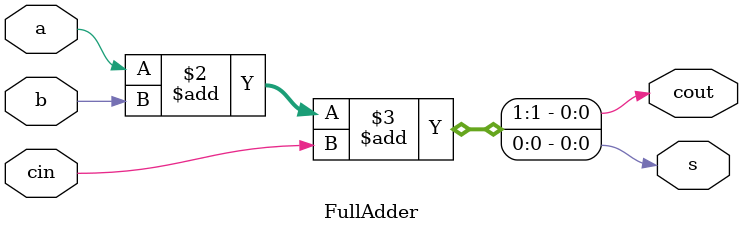
<source format=v>
`timescale 1ns / 1ns


module FullAdder(output cout, s, input cin, a, b);

    reg cout, s;
    always @(cin or a or b) begin
        {cout, s} = a + b + cin;
    end

endmodule

</source>
